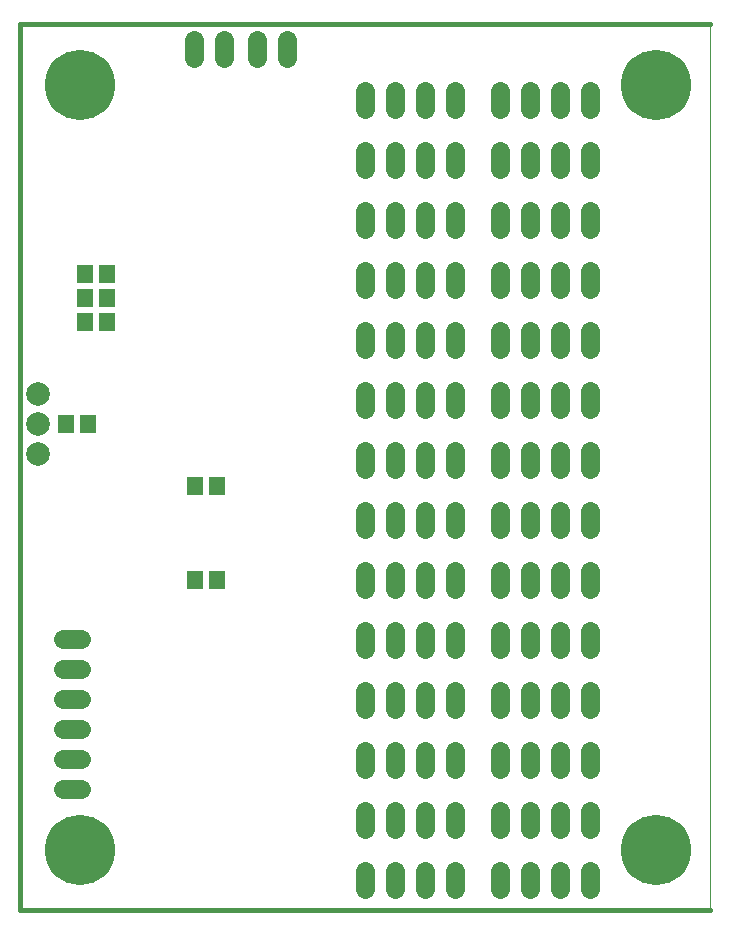
<source format=gbs>
G75*
%MOIN*%
%OFA0B0*%
%FSLAX25Y25*%
%IPPOS*%
%LPD*%
%AMOC8*
5,1,8,0,0,1.08239X$1,22.5*
%
%ADD10C,0.01600*%
%ADD11C,0.00100*%
%ADD12R,0.05518X0.06306*%
%ADD13C,0.06400*%
%ADD14C,0.07900*%
%ADD15C,0.23400*%
D10*
X0027500Y0001800D02*
X0027500Y0297076D01*
X0257500Y0297076D01*
X0257500Y0001800D02*
X0027500Y0001800D01*
D11*
X0257500Y0001800D02*
X0257500Y0297076D01*
D12*
X0093240Y0143300D03*
X0085760Y0143300D03*
X0085760Y0111800D03*
X0093240Y0111800D03*
X0050240Y0163800D03*
X0042760Y0163800D03*
X0049260Y0197800D03*
X0056740Y0197800D03*
X0056740Y0205800D03*
X0049260Y0205800D03*
X0049260Y0213800D03*
X0056740Y0213800D03*
D13*
X0085500Y0285800D02*
X0085500Y0291800D01*
X0095500Y0291800D02*
X0095500Y0285800D01*
X0106500Y0285800D02*
X0106500Y0291800D01*
X0116500Y0291800D02*
X0116500Y0285800D01*
X0142500Y0274800D02*
X0142500Y0268800D01*
X0152500Y0268800D02*
X0152500Y0274800D01*
X0162500Y0274800D02*
X0162500Y0268800D01*
X0172500Y0268800D02*
X0172500Y0274800D01*
X0187500Y0274800D02*
X0187500Y0268800D01*
X0197500Y0268800D02*
X0197500Y0274800D01*
X0207500Y0274800D02*
X0207500Y0268800D01*
X0217500Y0268800D02*
X0217500Y0274800D01*
X0217500Y0254800D02*
X0217500Y0248800D01*
X0207500Y0248800D02*
X0207500Y0254800D01*
X0197500Y0254800D02*
X0197500Y0248800D01*
X0187500Y0248800D02*
X0187500Y0254800D01*
X0172500Y0254800D02*
X0172500Y0248800D01*
X0162500Y0248800D02*
X0162500Y0254800D01*
X0152500Y0254800D02*
X0152500Y0248800D01*
X0142500Y0248800D02*
X0142500Y0254800D01*
X0142500Y0234800D02*
X0142500Y0228800D01*
X0152500Y0228800D02*
X0152500Y0234800D01*
X0162500Y0234800D02*
X0162500Y0228800D01*
X0172500Y0228800D02*
X0172500Y0234800D01*
X0187500Y0234800D02*
X0187500Y0228800D01*
X0197500Y0228800D02*
X0197500Y0234800D01*
X0207500Y0234800D02*
X0207500Y0228800D01*
X0217500Y0228800D02*
X0217500Y0234800D01*
X0217500Y0214800D02*
X0217500Y0208800D01*
X0207500Y0208800D02*
X0207500Y0214800D01*
X0197500Y0214800D02*
X0197500Y0208800D01*
X0187500Y0208800D02*
X0187500Y0214800D01*
X0172500Y0214800D02*
X0172500Y0208800D01*
X0162500Y0208800D02*
X0162500Y0214800D01*
X0152500Y0214800D02*
X0152500Y0208800D01*
X0142500Y0208800D02*
X0142500Y0214800D01*
X0142500Y0194800D02*
X0142500Y0188800D01*
X0152500Y0188800D02*
X0152500Y0194800D01*
X0162500Y0194800D02*
X0162500Y0188800D01*
X0172500Y0188800D02*
X0172500Y0194800D01*
X0187500Y0194800D02*
X0187500Y0188800D01*
X0197500Y0188800D02*
X0197500Y0194800D01*
X0207500Y0194800D02*
X0207500Y0188800D01*
X0217500Y0188800D02*
X0217500Y0194800D01*
X0217500Y0174800D02*
X0217500Y0168800D01*
X0207500Y0168800D02*
X0207500Y0174800D01*
X0197500Y0174800D02*
X0197500Y0168800D01*
X0187500Y0168800D02*
X0187500Y0174800D01*
X0172500Y0174800D02*
X0172500Y0168800D01*
X0162500Y0168800D02*
X0162500Y0174800D01*
X0152500Y0174800D02*
X0152500Y0168800D01*
X0142500Y0168800D02*
X0142500Y0174800D01*
X0142500Y0154800D02*
X0142500Y0148800D01*
X0152500Y0148800D02*
X0152500Y0154800D01*
X0162500Y0154800D02*
X0162500Y0148800D01*
X0172500Y0148800D02*
X0172500Y0154800D01*
X0187500Y0154800D02*
X0187500Y0148800D01*
X0197500Y0148800D02*
X0197500Y0154800D01*
X0207500Y0154800D02*
X0207500Y0148800D01*
X0217500Y0148800D02*
X0217500Y0154800D01*
X0217500Y0134800D02*
X0217500Y0128800D01*
X0207500Y0128800D02*
X0207500Y0134800D01*
X0197500Y0134800D02*
X0197500Y0128800D01*
X0187500Y0128800D02*
X0187500Y0134800D01*
X0172500Y0134800D02*
X0172500Y0128800D01*
X0162500Y0128800D02*
X0162500Y0134800D01*
X0152500Y0134800D02*
X0152500Y0128800D01*
X0142500Y0128800D02*
X0142500Y0134800D01*
X0142500Y0114800D02*
X0142500Y0108800D01*
X0152500Y0108800D02*
X0152500Y0114800D01*
X0162500Y0114800D02*
X0162500Y0108800D01*
X0172500Y0108800D02*
X0172500Y0114800D01*
X0187500Y0114800D02*
X0187500Y0108800D01*
X0197500Y0108800D02*
X0197500Y0114800D01*
X0207500Y0114800D02*
X0207500Y0108800D01*
X0217500Y0108800D02*
X0217500Y0114800D01*
X0217500Y0094800D02*
X0217500Y0088800D01*
X0207500Y0088800D02*
X0207500Y0094800D01*
X0197500Y0094800D02*
X0197500Y0088800D01*
X0187500Y0088800D02*
X0187500Y0094800D01*
X0172500Y0094800D02*
X0172500Y0088800D01*
X0162500Y0088800D02*
X0162500Y0094800D01*
X0152500Y0094800D02*
X0152500Y0088800D01*
X0142500Y0088800D02*
X0142500Y0094800D01*
X0142500Y0074800D02*
X0142500Y0068800D01*
X0152500Y0068800D02*
X0152500Y0074800D01*
X0162500Y0074800D02*
X0162500Y0068800D01*
X0172500Y0068800D02*
X0172500Y0074800D01*
X0187500Y0074800D02*
X0187500Y0068800D01*
X0197500Y0068800D02*
X0197500Y0074800D01*
X0207500Y0074800D02*
X0207500Y0068800D01*
X0217500Y0068800D02*
X0217500Y0074800D01*
X0217500Y0054800D02*
X0217500Y0048800D01*
X0207500Y0048800D02*
X0207500Y0054800D01*
X0197500Y0054800D02*
X0197500Y0048800D01*
X0187500Y0048800D02*
X0187500Y0054800D01*
X0172500Y0054800D02*
X0172500Y0048800D01*
X0162500Y0048800D02*
X0162500Y0054800D01*
X0152500Y0054800D02*
X0152500Y0048800D01*
X0142500Y0048800D02*
X0142500Y0054800D01*
X0142500Y0034800D02*
X0142500Y0028800D01*
X0152500Y0028800D02*
X0152500Y0034800D01*
X0162500Y0034800D02*
X0162500Y0028800D01*
X0172500Y0028800D02*
X0172500Y0034800D01*
X0187500Y0034800D02*
X0187500Y0028800D01*
X0197500Y0028800D02*
X0197500Y0034800D01*
X0207500Y0034800D02*
X0207500Y0028800D01*
X0217500Y0028800D02*
X0217500Y0034800D01*
X0217500Y0014800D02*
X0217500Y0008800D01*
X0207500Y0008800D02*
X0207500Y0014800D01*
X0197500Y0014800D02*
X0197500Y0008800D01*
X0187500Y0008800D02*
X0187500Y0014800D01*
X0172500Y0014800D02*
X0172500Y0008800D01*
X0162500Y0008800D02*
X0162500Y0014800D01*
X0152500Y0014800D02*
X0152500Y0008800D01*
X0142500Y0008800D02*
X0142500Y0014800D01*
X0048000Y0042300D02*
X0042000Y0042300D01*
X0042000Y0052300D02*
X0048000Y0052300D01*
X0048000Y0062300D02*
X0042000Y0062300D01*
X0042000Y0072300D02*
X0048000Y0072300D01*
X0048000Y0082300D02*
X0042000Y0082300D01*
X0042000Y0092300D02*
X0048000Y0092300D01*
D14*
X0033500Y0153800D03*
X0033500Y0163800D03*
X0033500Y0173800D03*
D15*
X0047500Y0276800D03*
X0239500Y0276800D03*
X0239500Y0021800D03*
X0047500Y0021800D03*
M02*

</source>
